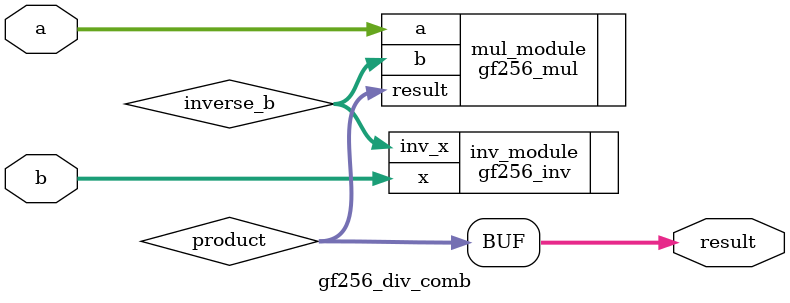
<source format=v>
module gf256_div_comb(
    input [7:0] a,
    input [7:0] b,
    output [7:0] result
);
    wire [7:0] inverse_b;
    wire [7:0] product;

    // 实例化逆元模块
    gf256_inv inv_module(
        .x(b),
        .inv_x(inverse_b)
    );

    // 实例化乘法模块
    gf256_mul mul_module(
        .a(a),
        .b(inverse_b),
        .result(product)
    );

    // 组合逻辑连接输出
    assign result = product;

endmodule

</source>
